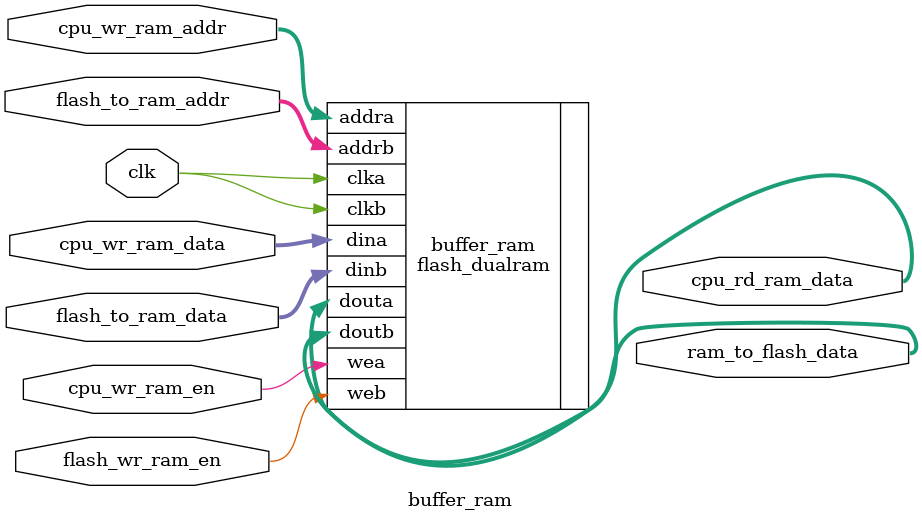
<source format=v>
module buffer_ram
        (
        clk,
        
        cpu_wr_ram_en, //cpu Ð´FPGAÄÚ²¿ramÊ¹ÄÜÐÅºÅ,¸ßµçÆ½ÓÐÐ§
        cpu_wr_ram_addr,//cpuÐ´FPGAÄÚ²¿ramµØÖ·
        cpu_wr_ram_data,//
        cpu_rd_ram_data,
        
        flash_wr_ram_en,
        flash_to_ram_addr,
        flash_to_ram_data,
        ram_to_flash_data
       );
       
input                clk; 
 
input                cpu_wr_ram_en;
input       [9:0]    cpu_wr_ram_addr;//4kB,1024*32bits µÄÄÚ²¿ram´óÐ¡
input       [31:0]   cpu_wr_ram_data;
output      [31:0]   cpu_rd_ram_data;

input       [31:0]   flash_to_ram_data;
input                flash_wr_ram_en;
input       [9:0]    flash_to_ram_addr;
output      [31:0]   ram_to_flash_data;

       
flash_dualram buffer_ram(
                         .addra(cpu_wr_ram_addr),
                         .addrb(flash_to_ram_addr),
                         .clka(clk),
                         .clkb(clk),
                         .dina(cpu_wr_ram_data),
                         .dinb(flash_to_ram_data),
                         .douta(cpu_rd_ram_data),
                         .doutb(ram_to_flash_data),
                         .wea(cpu_wr_ram_en),
                         .web(flash_wr_ram_en)
                         );
       
endmodule 

</source>
